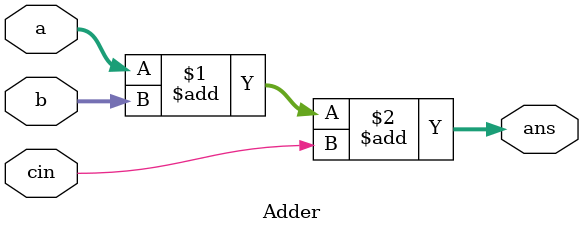
<source format=sv>
module DataPath(input [9 : 0]x, input [7 : 0]y, input clk, rst, cnt_en, cnt_init0, sel_rom, sel_x,
		reg_x_ld, reg_y_ld, reg_tmp_ld, invert, minus, reg_res_ld, reg_tmp_init1, reg_res_init1,
		output [9 : 0]result, output parity, stop_sign);

		wire [9 : 0]rom_out;
		wire [9 : 0]mult_x;
		wire [9 : 0]my_x;
		wire [9 : 0]sel_data;
		wire [9 : 0]my_y;
		wire [9 : 0]nxt_tmp;
		wire [9 : 0]tmp;
		wire [9 : 0]iter;
		wire [9 : 0]nxt_res;

	MyData my_data(.clk(clk), .rst(rst), .en(cnt_en), .init0(cnt_init0), .parity(parity), .out(rom_out));
	Mux mux(.in_rom(rom_out), .in_x(my_x), .sel_rom(sel_rom), .sel_x(sel_x), .sel_data(sel_data));
	Mult mult1(.a(x), .b(x), .ans(mult_x));
	Reg reg_x(.clk(clk), .rst(rst), .ld(reg_x_ld), .in(mult_x), .out(my_x));
	Mult mult2(.a(sel_data), .b(tmp), .ans(nxt_tmp));
	Reg reg_y(.clk(clk), .rst(rst), .ld(reg_y_ld), .in({1'b0, 1'b0, y}), .out(my_y));
	Inverter inverter(.in(tmp), .invert(invert), .out(iter));
	Cmp cmp(.a(tmp), .b(my_y), .lt(stop_sign));
	RegWithInit1 reg_tmp(.clk(clk), .rst(rst), .ld(reg_tmp_ld), .init1(reg_tmp_init1), .in(nxt_tmp), .out(tmp));
	RegWithInit1 reg_res(.clk(clk), .rst(rst), .ld(reg_res_ld), .init1(reg_res_init1), .in(nxt_res), .out(result));
	Adder adder(.a(iter), .b(result), .cin(minus), .ans(nxt_res));
endmodule

module MyData(input clk, rst, en, init0, output parity, output [9 : 0]out);
	wire [1 : 0]cnt_out;
	assign parity = cnt_out[0];
	Counter counter(.clk(clk), .rst(rst), .en(en), .init0(init0), .out(cnt_out));
	MyRom rom(.address(cnt_out), .q(out[7 : 0]));
	assign out[9 : 8] = {1'b0, 1'b0};
endmodule

module MyRom(input [1 : 0]address, output [7 : 0]q);
	wire [7 : 0]t[3 : 0];
	assign t[0] = 8'b10000000;
	assign t[1] = 8'b00010101;
	assign t[2] = 8'b00001000; 
	assign t[3] = 8'b00000100; 
	assign q = t[address];
endmodule 

module Counter(input clk, rst, en, init0, output logic [1 : 0]out);
	always @(posedge clk, posedge rst)
	begin
		if (rst === 1'b1)
			out <= 2'b00;
		else
		begin
			if (init0 === 1'b1)
				out <= 2'b00;
			else if(en)
			begin
				case(out)
					2'b00: out <= 2'b01;
					2'b01: out <= 2'b10;
					2'b10: out <= 2'b11;
					2'b11: out <= 2'b00;
				endcase
			end
		end
	end
endmodule

module Mult(input [9 : 0]a, input [9 : 0]b, output [9 : 0]ans);
	wire [19 : 0]tmp;
	assign tmp = a * b;
	assign ans = tmp[17 : 8];
endmodule

module Reg(input clk, rst, ld, input [9 : 0]in, output logic [9 : 0]out);
	always @(posedge clk, posedge rst)
	begin
		if (rst === 1'b1)
			out <= 10'b0;
		else
			out <= in;
	end
endmodule

module RegWithInit1(input clk, rst, ld, init1, input [9 : 0]in, output logic [9 : 0]out);
	always @(posedge clk, posedge rst)
	begin
		if (rst === 1'b1)
			out <= 10'b0;
		else
		begin
			if (init1 === 1'b1)
				out <= 10'b0100000000;
			else
				out <= ld ? in : out;
		end
	end
endmodule

module Mux(input sel_rom, sel_x, input [9 : 0]in_rom, input [9 : 0]in_x, output logic [9 : 0]sel_data);
	always @(sel_rom, sel_x)
	begin
		sel_data <= 10'b0;
		if (sel_rom === 1'b1)
			sel_data <= in_rom;
		else if (sel_x === 1'b1)
			sel_data <= in_x;
	end
endmodule

module Cmp(input [9 : 0]a, input[9 : 0]b, output lt);
	assign lt = (a < b) ? 1'b1 : 1'b0;
endmodule

module Inverter(input [9 : 0]in, input invert, output [9 : 0]out);
	genvar i;
	generate
		for (i = 0 ; i < 10; i++) begin : Invert
			assign out[i] = in[i] ^ invert;
		end
	endgenerate
endmodule

module Adder(input [9 : 0]a, input [9 : 0]b, input cin, output[9 : 0]ans);
	assign ans = a + b + cin;
endmodule

</source>
